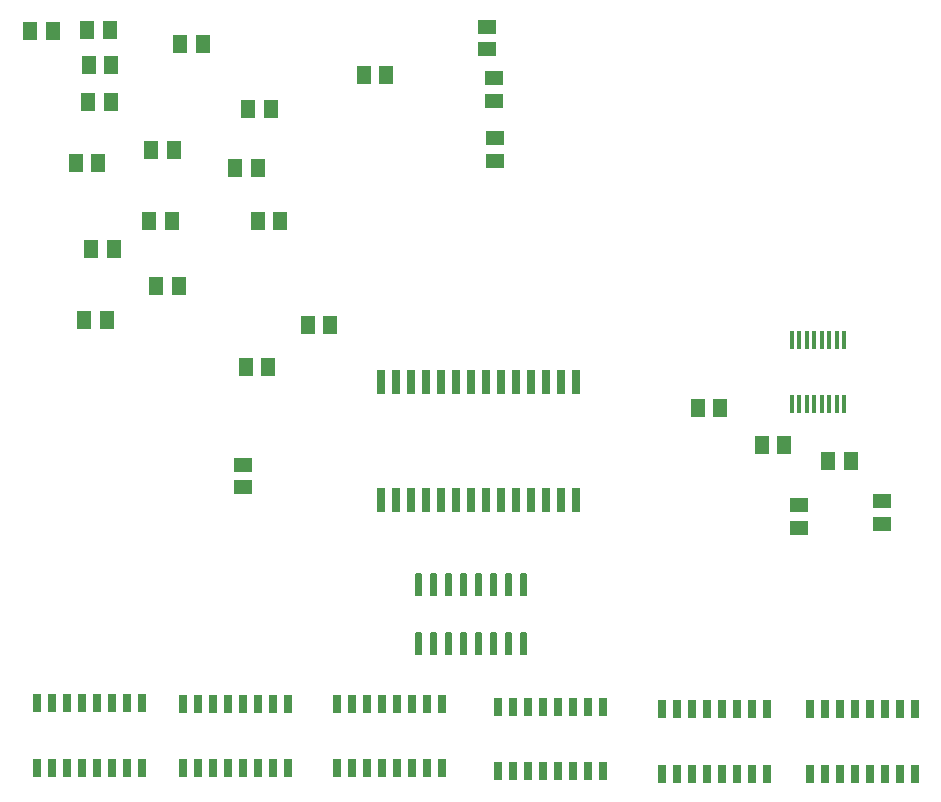
<source format=gbr>
G04 EAGLE Gerber RS-274X export*
G75*
%MOMM*%
%FSLAX34Y34*%
%LPD*%
%INSolderpaste Top*%
%IPPOS*%
%AMOC8*
5,1,8,0,0,1.08239X$1,22.5*%
G01*
%ADD10R,1.500000X1.300000*%
%ADD11R,1.300000X1.500000*%
%ADD12R,0.660400X2.032000*%
%ADD13R,0.435000X1.526000*%
%ADD14R,0.650000X1.550000*%
%ADD15C,0.147500*%


D10*
X233000Y334300D03*
X233000Y353300D03*
X773700Y303400D03*
X773700Y322400D03*
X703700Y299900D03*
X703700Y318900D03*
X445200Y661400D03*
X445200Y680400D03*
X439800Y724400D03*
X439800Y705400D03*
D11*
X179800Y709800D03*
X198800Y709800D03*
X121000Y660200D03*
X102000Y660200D03*
X71800Y720200D03*
X52800Y720200D03*
X237400Y654800D03*
X256400Y654800D03*
X226600Y604800D03*
X245600Y604800D03*
X245800Y559800D03*
X264800Y559800D03*
X354200Y683000D03*
X335200Y683000D03*
X102300Y692000D03*
X121300Y692000D03*
D10*
X446300Y629600D03*
X446300Y610600D03*
D11*
X672200Y369800D03*
X691200Y369800D03*
D12*
X349650Y323208D03*
X362350Y323208D03*
X375050Y323208D03*
X387750Y323208D03*
X400450Y323208D03*
X413150Y323208D03*
X425850Y323208D03*
X438550Y323208D03*
X438550Y423792D03*
X425850Y423792D03*
X413150Y423792D03*
X400450Y423792D03*
X387750Y423792D03*
X375050Y423792D03*
X362350Y423792D03*
X349650Y423792D03*
X451250Y323208D03*
X463950Y323208D03*
X476650Y323208D03*
X489350Y323208D03*
X502050Y323208D03*
X514750Y323208D03*
X451250Y423792D03*
X463950Y423792D03*
X476650Y423792D03*
X489350Y423792D03*
X502050Y423792D03*
X514750Y423792D03*
D13*
X742020Y458820D03*
X735680Y458820D03*
X729320Y458820D03*
X722980Y458820D03*
X716620Y458820D03*
X710280Y458820D03*
X703920Y458820D03*
X697580Y458820D03*
X697580Y404580D03*
X703920Y404580D03*
X710280Y404580D03*
X716620Y404580D03*
X722980Y404580D03*
X729320Y404580D03*
X735680Y404580D03*
X742020Y404580D03*
D14*
X58650Y96750D03*
X71350Y96750D03*
X84050Y96750D03*
X96750Y96750D03*
X109450Y96750D03*
X122150Y96750D03*
X134850Y96750D03*
X147550Y96750D03*
X147550Y151250D03*
X134850Y151250D03*
X122150Y151250D03*
X109450Y151250D03*
X96750Y151250D03*
X84050Y151250D03*
X71350Y151250D03*
X58650Y151250D03*
X182450Y96650D03*
X195150Y96650D03*
X207850Y96650D03*
X220550Y96650D03*
X233250Y96650D03*
X245950Y96650D03*
X258650Y96650D03*
X271350Y96650D03*
X271350Y151150D03*
X258650Y151150D03*
X245950Y151150D03*
X233250Y151150D03*
X220550Y151150D03*
X207850Y151150D03*
X195150Y151150D03*
X182450Y151150D03*
X312450Y96550D03*
X325150Y96550D03*
X337850Y96550D03*
X350550Y96550D03*
X363250Y96550D03*
X375950Y96550D03*
X388650Y96550D03*
X401350Y96550D03*
X401350Y151050D03*
X388650Y151050D03*
X375950Y151050D03*
X363250Y151050D03*
X350550Y151050D03*
X337850Y151050D03*
X325150Y151050D03*
X312450Y151050D03*
X537550Y148550D03*
X524850Y148550D03*
X512150Y148550D03*
X499450Y148550D03*
X486750Y148550D03*
X474050Y148550D03*
X461350Y148550D03*
X448650Y148550D03*
X448650Y94050D03*
X461350Y94050D03*
X474050Y94050D03*
X486750Y94050D03*
X499450Y94050D03*
X512150Y94050D03*
X524850Y94050D03*
X537550Y94050D03*
X588150Y91850D03*
X600850Y91850D03*
X613550Y91850D03*
X626250Y91850D03*
X638950Y91850D03*
X651650Y91850D03*
X664350Y91850D03*
X677050Y91850D03*
X677050Y146350D03*
X664350Y146350D03*
X651650Y146350D03*
X638950Y146350D03*
X626250Y146350D03*
X613550Y146350D03*
X600850Y146350D03*
X588150Y146350D03*
X713150Y91750D03*
X725850Y91750D03*
X738550Y91750D03*
X751250Y91750D03*
X763950Y91750D03*
X776650Y91750D03*
X789350Y91750D03*
X802050Y91750D03*
X802050Y146250D03*
X789350Y146250D03*
X776650Y146250D03*
X763950Y146250D03*
X751250Y146250D03*
X738550Y146250D03*
X725850Y146250D03*
X713150Y146250D03*
D11*
X235400Y436300D03*
X254400Y436300D03*
X101400Y721300D03*
X120400Y721300D03*
X728600Y356300D03*
X747600Y356300D03*
X617900Y401300D03*
X636900Y401300D03*
X110600Y608700D03*
X91600Y608700D03*
X287800Y471300D03*
X306800Y471300D03*
X104600Y536300D03*
X123600Y536300D03*
X98800Y476300D03*
X117800Y476300D03*
X155400Y619800D03*
X174400Y619800D03*
X159600Y504800D03*
X178600Y504800D03*
X153800Y559800D03*
X172800Y559800D03*
D15*
X383763Y211313D02*
X383763Y193287D01*
X379337Y193287D01*
X379337Y211313D01*
X383763Y211313D01*
X383763Y194688D02*
X379337Y194688D01*
X379337Y196089D02*
X383763Y196089D01*
X383763Y197490D02*
X379337Y197490D01*
X379337Y198891D02*
X383763Y198891D01*
X383763Y200292D02*
X379337Y200292D01*
X379337Y201693D02*
X383763Y201693D01*
X383763Y203094D02*
X379337Y203094D01*
X379337Y204495D02*
X383763Y204495D01*
X383763Y205896D02*
X379337Y205896D01*
X379337Y207297D02*
X383763Y207297D01*
X383763Y208698D02*
X379337Y208698D01*
X379337Y210099D02*
X383763Y210099D01*
X396463Y211313D02*
X396463Y193287D01*
X392037Y193287D01*
X392037Y211313D01*
X396463Y211313D01*
X396463Y194688D02*
X392037Y194688D01*
X392037Y196089D02*
X396463Y196089D01*
X396463Y197490D02*
X392037Y197490D01*
X392037Y198891D02*
X396463Y198891D01*
X396463Y200292D02*
X392037Y200292D01*
X392037Y201693D02*
X396463Y201693D01*
X396463Y203094D02*
X392037Y203094D01*
X392037Y204495D02*
X396463Y204495D01*
X396463Y205896D02*
X392037Y205896D01*
X392037Y207297D02*
X396463Y207297D01*
X396463Y208698D02*
X392037Y208698D01*
X392037Y210099D02*
X396463Y210099D01*
X409163Y211313D02*
X409163Y193287D01*
X404737Y193287D01*
X404737Y211313D01*
X409163Y211313D01*
X409163Y194688D02*
X404737Y194688D01*
X404737Y196089D02*
X409163Y196089D01*
X409163Y197490D02*
X404737Y197490D01*
X404737Y198891D02*
X409163Y198891D01*
X409163Y200292D02*
X404737Y200292D01*
X404737Y201693D02*
X409163Y201693D01*
X409163Y203094D02*
X404737Y203094D01*
X404737Y204495D02*
X409163Y204495D01*
X409163Y205896D02*
X404737Y205896D01*
X404737Y207297D02*
X409163Y207297D01*
X409163Y208698D02*
X404737Y208698D01*
X404737Y210099D02*
X409163Y210099D01*
X421863Y211313D02*
X421863Y193287D01*
X417437Y193287D01*
X417437Y211313D01*
X421863Y211313D01*
X421863Y194688D02*
X417437Y194688D01*
X417437Y196089D02*
X421863Y196089D01*
X421863Y197490D02*
X417437Y197490D01*
X417437Y198891D02*
X421863Y198891D01*
X421863Y200292D02*
X417437Y200292D01*
X417437Y201693D02*
X421863Y201693D01*
X421863Y203094D02*
X417437Y203094D01*
X417437Y204495D02*
X421863Y204495D01*
X421863Y205896D02*
X417437Y205896D01*
X417437Y207297D02*
X421863Y207297D01*
X421863Y208698D02*
X417437Y208698D01*
X417437Y210099D02*
X421863Y210099D01*
X434563Y211313D02*
X434563Y193287D01*
X430137Y193287D01*
X430137Y211313D01*
X434563Y211313D01*
X434563Y194688D02*
X430137Y194688D01*
X430137Y196089D02*
X434563Y196089D01*
X434563Y197490D02*
X430137Y197490D01*
X430137Y198891D02*
X434563Y198891D01*
X434563Y200292D02*
X430137Y200292D01*
X430137Y201693D02*
X434563Y201693D01*
X434563Y203094D02*
X430137Y203094D01*
X430137Y204495D02*
X434563Y204495D01*
X434563Y205896D02*
X430137Y205896D01*
X430137Y207297D02*
X434563Y207297D01*
X434563Y208698D02*
X430137Y208698D01*
X430137Y210099D02*
X434563Y210099D01*
X447263Y211313D02*
X447263Y193287D01*
X442837Y193287D01*
X442837Y211313D01*
X447263Y211313D01*
X447263Y194688D02*
X442837Y194688D01*
X442837Y196089D02*
X447263Y196089D01*
X447263Y197490D02*
X442837Y197490D01*
X442837Y198891D02*
X447263Y198891D01*
X447263Y200292D02*
X442837Y200292D01*
X442837Y201693D02*
X447263Y201693D01*
X447263Y203094D02*
X442837Y203094D01*
X442837Y204495D02*
X447263Y204495D01*
X447263Y205896D02*
X442837Y205896D01*
X442837Y207297D02*
X447263Y207297D01*
X447263Y208698D02*
X442837Y208698D01*
X442837Y210099D02*
X447263Y210099D01*
X459963Y211313D02*
X459963Y193287D01*
X455537Y193287D01*
X455537Y211313D01*
X459963Y211313D01*
X459963Y194688D02*
X455537Y194688D01*
X455537Y196089D02*
X459963Y196089D01*
X459963Y197490D02*
X455537Y197490D01*
X455537Y198891D02*
X459963Y198891D01*
X459963Y200292D02*
X455537Y200292D01*
X455537Y201693D02*
X459963Y201693D01*
X459963Y203094D02*
X455537Y203094D01*
X455537Y204495D02*
X459963Y204495D01*
X459963Y205896D02*
X455537Y205896D01*
X455537Y207297D02*
X459963Y207297D01*
X459963Y208698D02*
X455537Y208698D01*
X455537Y210099D02*
X459963Y210099D01*
X472663Y211313D02*
X472663Y193287D01*
X468237Y193287D01*
X468237Y211313D01*
X472663Y211313D01*
X472663Y194688D02*
X468237Y194688D01*
X468237Y196089D02*
X472663Y196089D01*
X472663Y197490D02*
X468237Y197490D01*
X468237Y198891D02*
X472663Y198891D01*
X472663Y200292D02*
X468237Y200292D01*
X468237Y201693D02*
X472663Y201693D01*
X472663Y203094D02*
X468237Y203094D01*
X468237Y204495D02*
X472663Y204495D01*
X472663Y205896D02*
X468237Y205896D01*
X468237Y207297D02*
X472663Y207297D01*
X472663Y208698D02*
X468237Y208698D01*
X468237Y210099D02*
X472663Y210099D01*
X472663Y242887D02*
X472663Y260913D01*
X472663Y242887D02*
X468237Y242887D01*
X468237Y260913D01*
X472663Y260913D01*
X472663Y244288D02*
X468237Y244288D01*
X468237Y245689D02*
X472663Y245689D01*
X472663Y247090D02*
X468237Y247090D01*
X468237Y248491D02*
X472663Y248491D01*
X472663Y249892D02*
X468237Y249892D01*
X468237Y251293D02*
X472663Y251293D01*
X472663Y252694D02*
X468237Y252694D01*
X468237Y254095D02*
X472663Y254095D01*
X472663Y255496D02*
X468237Y255496D01*
X468237Y256897D02*
X472663Y256897D01*
X472663Y258298D02*
X468237Y258298D01*
X468237Y259699D02*
X472663Y259699D01*
X459963Y260913D02*
X459963Y242887D01*
X455537Y242887D01*
X455537Y260913D01*
X459963Y260913D01*
X459963Y244288D02*
X455537Y244288D01*
X455537Y245689D02*
X459963Y245689D01*
X459963Y247090D02*
X455537Y247090D01*
X455537Y248491D02*
X459963Y248491D01*
X459963Y249892D02*
X455537Y249892D01*
X455537Y251293D02*
X459963Y251293D01*
X459963Y252694D02*
X455537Y252694D01*
X455537Y254095D02*
X459963Y254095D01*
X459963Y255496D02*
X455537Y255496D01*
X455537Y256897D02*
X459963Y256897D01*
X459963Y258298D02*
X455537Y258298D01*
X455537Y259699D02*
X459963Y259699D01*
X447263Y260913D02*
X447263Y242887D01*
X442837Y242887D01*
X442837Y260913D01*
X447263Y260913D01*
X447263Y244288D02*
X442837Y244288D01*
X442837Y245689D02*
X447263Y245689D01*
X447263Y247090D02*
X442837Y247090D01*
X442837Y248491D02*
X447263Y248491D01*
X447263Y249892D02*
X442837Y249892D01*
X442837Y251293D02*
X447263Y251293D01*
X447263Y252694D02*
X442837Y252694D01*
X442837Y254095D02*
X447263Y254095D01*
X447263Y255496D02*
X442837Y255496D01*
X442837Y256897D02*
X447263Y256897D01*
X447263Y258298D02*
X442837Y258298D01*
X442837Y259699D02*
X447263Y259699D01*
X434563Y260913D02*
X434563Y242887D01*
X430137Y242887D01*
X430137Y260913D01*
X434563Y260913D01*
X434563Y244288D02*
X430137Y244288D01*
X430137Y245689D02*
X434563Y245689D01*
X434563Y247090D02*
X430137Y247090D01*
X430137Y248491D02*
X434563Y248491D01*
X434563Y249892D02*
X430137Y249892D01*
X430137Y251293D02*
X434563Y251293D01*
X434563Y252694D02*
X430137Y252694D01*
X430137Y254095D02*
X434563Y254095D01*
X434563Y255496D02*
X430137Y255496D01*
X430137Y256897D02*
X434563Y256897D01*
X434563Y258298D02*
X430137Y258298D01*
X430137Y259699D02*
X434563Y259699D01*
X421863Y260913D02*
X421863Y242887D01*
X417437Y242887D01*
X417437Y260913D01*
X421863Y260913D01*
X421863Y244288D02*
X417437Y244288D01*
X417437Y245689D02*
X421863Y245689D01*
X421863Y247090D02*
X417437Y247090D01*
X417437Y248491D02*
X421863Y248491D01*
X421863Y249892D02*
X417437Y249892D01*
X417437Y251293D02*
X421863Y251293D01*
X421863Y252694D02*
X417437Y252694D01*
X417437Y254095D02*
X421863Y254095D01*
X421863Y255496D02*
X417437Y255496D01*
X417437Y256897D02*
X421863Y256897D01*
X421863Y258298D02*
X417437Y258298D01*
X417437Y259699D02*
X421863Y259699D01*
X409163Y260913D02*
X409163Y242887D01*
X404737Y242887D01*
X404737Y260913D01*
X409163Y260913D01*
X409163Y244288D02*
X404737Y244288D01*
X404737Y245689D02*
X409163Y245689D01*
X409163Y247090D02*
X404737Y247090D01*
X404737Y248491D02*
X409163Y248491D01*
X409163Y249892D02*
X404737Y249892D01*
X404737Y251293D02*
X409163Y251293D01*
X409163Y252694D02*
X404737Y252694D01*
X404737Y254095D02*
X409163Y254095D01*
X409163Y255496D02*
X404737Y255496D01*
X404737Y256897D02*
X409163Y256897D01*
X409163Y258298D02*
X404737Y258298D01*
X404737Y259699D02*
X409163Y259699D01*
X396463Y260913D02*
X396463Y242887D01*
X392037Y242887D01*
X392037Y260913D01*
X396463Y260913D01*
X396463Y244288D02*
X392037Y244288D01*
X392037Y245689D02*
X396463Y245689D01*
X396463Y247090D02*
X392037Y247090D01*
X392037Y248491D02*
X396463Y248491D01*
X396463Y249892D02*
X392037Y249892D01*
X392037Y251293D02*
X396463Y251293D01*
X396463Y252694D02*
X392037Y252694D01*
X392037Y254095D02*
X396463Y254095D01*
X396463Y255496D02*
X392037Y255496D01*
X392037Y256897D02*
X396463Y256897D01*
X396463Y258298D02*
X392037Y258298D01*
X392037Y259699D02*
X396463Y259699D01*
X383763Y260913D02*
X383763Y242887D01*
X379337Y242887D01*
X379337Y260913D01*
X383763Y260913D01*
X383763Y244288D02*
X379337Y244288D01*
X379337Y245689D02*
X383763Y245689D01*
X383763Y247090D02*
X379337Y247090D01*
X379337Y248491D02*
X383763Y248491D01*
X383763Y249892D02*
X379337Y249892D01*
X379337Y251293D02*
X383763Y251293D01*
X383763Y252694D02*
X379337Y252694D01*
X379337Y254095D02*
X383763Y254095D01*
X383763Y255496D02*
X379337Y255496D01*
X379337Y256897D02*
X383763Y256897D01*
X383763Y258298D02*
X379337Y258298D01*
X379337Y259699D02*
X383763Y259699D01*
M02*

</source>
